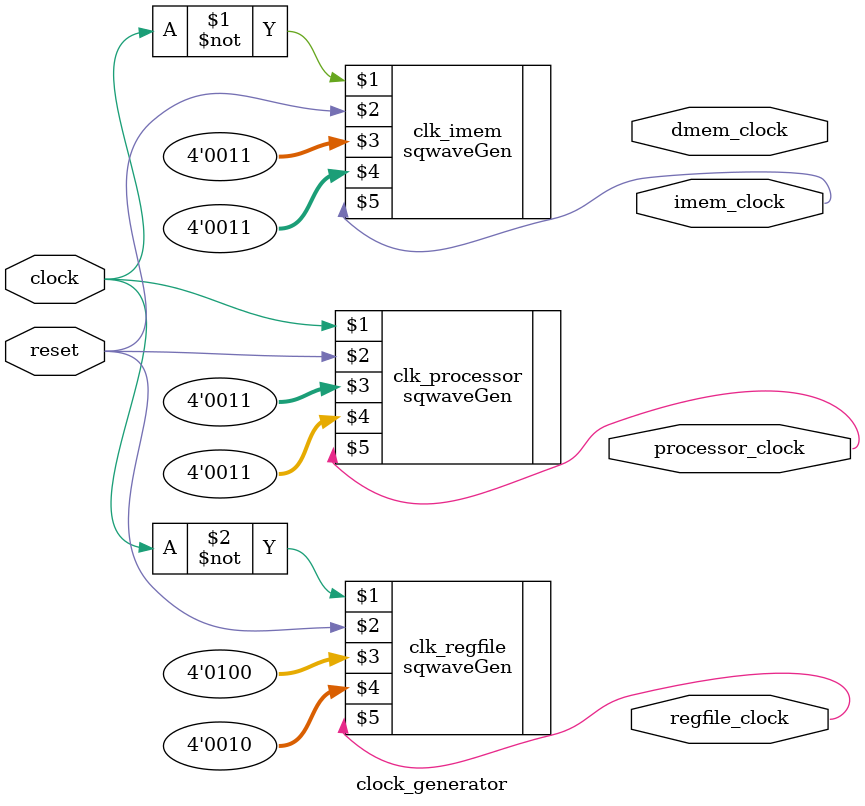
<source format=v>
module clock_generator(clock, reset, imem_clock, dmem_clock, processor_clock, regfile_clock);
	input clock, reset;
	output imem_clock, dmem_clock, processor_clock, regfile_clock;
	
	//clk_div_6 clk_processor(clock, reset, processor_clock);
	sqwaveGen clk_processor(clock, reset, 4'd3, 4'd3, processor_clock);
	sqwaveGen clk_imem(~clock, reset, 4'd3, 4'd3, imem_clock);
	sqwaveGen clk_regfile(~clock, reset, 4'd4, 4'd2, regfile_clock);
	
endmodule
	
</source>
